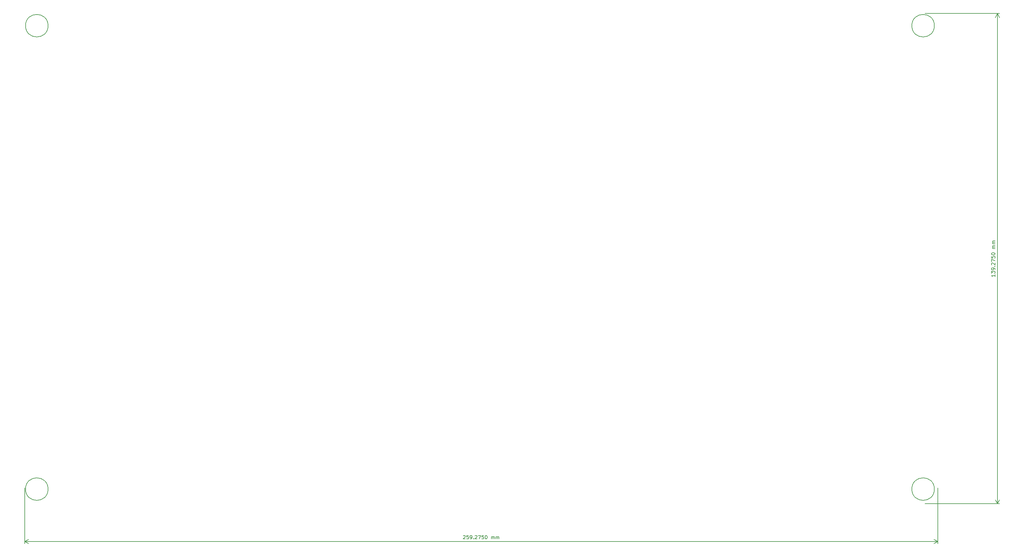
<source format=gbr>
%TF.GenerationSoftware,KiCad,Pcbnew,8.0.0*%
%TF.CreationDate,2024-07-08T15:04:36+07:00*%
%TF.ProjectId,SmartEnergyMag_System,536d6172-7445-46e6-9572-67794d61675f,rev?*%
%TF.SameCoordinates,Original*%
%TF.FileFunction,Other,Comment*%
%FSLAX46Y46*%
G04 Gerber Fmt 4.6, Leading zero omitted, Abs format (unit mm)*
G04 Created by KiCad (PCBNEW 8.0.0) date 2024-07-08 15:04:36*
%MOMM*%
%LPD*%
G01*
G04 APERTURE LIST*
%ADD10C,0.150000*%
G04 APERTURE END LIST*
D10*
X292929819Y-91921309D02*
X292929819Y-92492737D01*
X292929819Y-92207023D02*
X291929819Y-92207023D01*
X291929819Y-92207023D02*
X292072676Y-92302261D01*
X292072676Y-92302261D02*
X292167914Y-92397499D01*
X292167914Y-92397499D02*
X292215533Y-92492737D01*
X291929819Y-91587975D02*
X291929819Y-90968928D01*
X291929819Y-90968928D02*
X292310771Y-91302261D01*
X292310771Y-91302261D02*
X292310771Y-91159404D01*
X292310771Y-91159404D02*
X292358390Y-91064166D01*
X292358390Y-91064166D02*
X292406009Y-91016547D01*
X292406009Y-91016547D02*
X292501247Y-90968928D01*
X292501247Y-90968928D02*
X292739342Y-90968928D01*
X292739342Y-90968928D02*
X292834580Y-91016547D01*
X292834580Y-91016547D02*
X292882200Y-91064166D01*
X292882200Y-91064166D02*
X292929819Y-91159404D01*
X292929819Y-91159404D02*
X292929819Y-91445118D01*
X292929819Y-91445118D02*
X292882200Y-91540356D01*
X292882200Y-91540356D02*
X292834580Y-91587975D01*
X292929819Y-90492737D02*
X292929819Y-90302261D01*
X292929819Y-90302261D02*
X292882200Y-90207023D01*
X292882200Y-90207023D02*
X292834580Y-90159404D01*
X292834580Y-90159404D02*
X292691723Y-90064166D01*
X292691723Y-90064166D02*
X292501247Y-90016547D01*
X292501247Y-90016547D02*
X292120295Y-90016547D01*
X292120295Y-90016547D02*
X292025057Y-90064166D01*
X292025057Y-90064166D02*
X291977438Y-90111785D01*
X291977438Y-90111785D02*
X291929819Y-90207023D01*
X291929819Y-90207023D02*
X291929819Y-90397499D01*
X291929819Y-90397499D02*
X291977438Y-90492737D01*
X291977438Y-90492737D02*
X292025057Y-90540356D01*
X292025057Y-90540356D02*
X292120295Y-90587975D01*
X292120295Y-90587975D02*
X292358390Y-90587975D01*
X292358390Y-90587975D02*
X292453628Y-90540356D01*
X292453628Y-90540356D02*
X292501247Y-90492737D01*
X292501247Y-90492737D02*
X292548866Y-90397499D01*
X292548866Y-90397499D02*
X292548866Y-90207023D01*
X292548866Y-90207023D02*
X292501247Y-90111785D01*
X292501247Y-90111785D02*
X292453628Y-90064166D01*
X292453628Y-90064166D02*
X292358390Y-90016547D01*
X292834580Y-89587975D02*
X292882200Y-89540356D01*
X292882200Y-89540356D02*
X292929819Y-89587975D01*
X292929819Y-89587975D02*
X292882200Y-89635594D01*
X292882200Y-89635594D02*
X292834580Y-89587975D01*
X292834580Y-89587975D02*
X292929819Y-89587975D01*
X292025057Y-89159404D02*
X291977438Y-89111785D01*
X291977438Y-89111785D02*
X291929819Y-89016547D01*
X291929819Y-89016547D02*
X291929819Y-88778452D01*
X291929819Y-88778452D02*
X291977438Y-88683214D01*
X291977438Y-88683214D02*
X292025057Y-88635595D01*
X292025057Y-88635595D02*
X292120295Y-88587976D01*
X292120295Y-88587976D02*
X292215533Y-88587976D01*
X292215533Y-88587976D02*
X292358390Y-88635595D01*
X292358390Y-88635595D02*
X292929819Y-89207023D01*
X292929819Y-89207023D02*
X292929819Y-88587976D01*
X291929819Y-88254642D02*
X291929819Y-87587976D01*
X291929819Y-87587976D02*
X292929819Y-88016547D01*
X291929819Y-86730833D02*
X291929819Y-87207023D01*
X291929819Y-87207023D02*
X292406009Y-87254642D01*
X292406009Y-87254642D02*
X292358390Y-87207023D01*
X292358390Y-87207023D02*
X292310771Y-87111785D01*
X292310771Y-87111785D02*
X292310771Y-86873690D01*
X292310771Y-86873690D02*
X292358390Y-86778452D01*
X292358390Y-86778452D02*
X292406009Y-86730833D01*
X292406009Y-86730833D02*
X292501247Y-86683214D01*
X292501247Y-86683214D02*
X292739342Y-86683214D01*
X292739342Y-86683214D02*
X292834580Y-86730833D01*
X292834580Y-86730833D02*
X292882200Y-86778452D01*
X292882200Y-86778452D02*
X292929819Y-86873690D01*
X292929819Y-86873690D02*
X292929819Y-87111785D01*
X292929819Y-87111785D02*
X292882200Y-87207023D01*
X292882200Y-87207023D02*
X292834580Y-87254642D01*
X291929819Y-86064166D02*
X291929819Y-85968928D01*
X291929819Y-85968928D02*
X291977438Y-85873690D01*
X291977438Y-85873690D02*
X292025057Y-85826071D01*
X292025057Y-85826071D02*
X292120295Y-85778452D01*
X292120295Y-85778452D02*
X292310771Y-85730833D01*
X292310771Y-85730833D02*
X292548866Y-85730833D01*
X292548866Y-85730833D02*
X292739342Y-85778452D01*
X292739342Y-85778452D02*
X292834580Y-85826071D01*
X292834580Y-85826071D02*
X292882200Y-85873690D01*
X292882200Y-85873690D02*
X292929819Y-85968928D01*
X292929819Y-85968928D02*
X292929819Y-86064166D01*
X292929819Y-86064166D02*
X292882200Y-86159404D01*
X292882200Y-86159404D02*
X292834580Y-86207023D01*
X292834580Y-86207023D02*
X292739342Y-86254642D01*
X292739342Y-86254642D02*
X292548866Y-86302261D01*
X292548866Y-86302261D02*
X292310771Y-86302261D01*
X292310771Y-86302261D02*
X292120295Y-86254642D01*
X292120295Y-86254642D02*
X292025057Y-86207023D01*
X292025057Y-86207023D02*
X291977438Y-86159404D01*
X291977438Y-86159404D02*
X291929819Y-86064166D01*
X292929819Y-84540356D02*
X292263152Y-84540356D01*
X292358390Y-84540356D02*
X292310771Y-84492737D01*
X292310771Y-84492737D02*
X292263152Y-84397499D01*
X292263152Y-84397499D02*
X292263152Y-84254642D01*
X292263152Y-84254642D02*
X292310771Y-84159404D01*
X292310771Y-84159404D02*
X292406009Y-84111785D01*
X292406009Y-84111785D02*
X292929819Y-84111785D01*
X292406009Y-84111785D02*
X292310771Y-84064166D01*
X292310771Y-84064166D02*
X292263152Y-83968928D01*
X292263152Y-83968928D02*
X292263152Y-83826071D01*
X292263152Y-83826071D02*
X292310771Y-83730832D01*
X292310771Y-83730832D02*
X292406009Y-83683213D01*
X292406009Y-83683213D02*
X292929819Y-83683213D01*
X292929819Y-83207023D02*
X292263152Y-83207023D01*
X292358390Y-83207023D02*
X292310771Y-83159404D01*
X292310771Y-83159404D02*
X292263152Y-83064166D01*
X292263152Y-83064166D02*
X292263152Y-82921309D01*
X292263152Y-82921309D02*
X292310771Y-82826071D01*
X292310771Y-82826071D02*
X292406009Y-82778452D01*
X292406009Y-82778452D02*
X292929819Y-82778452D01*
X292406009Y-82778452D02*
X292310771Y-82730833D01*
X292310771Y-82730833D02*
X292263152Y-82635595D01*
X292263152Y-82635595D02*
X292263152Y-82492738D01*
X292263152Y-82492738D02*
X292310771Y-82397499D01*
X292310771Y-82397499D02*
X292406009Y-82349880D01*
X292406009Y-82349880D02*
X292929819Y-82349880D01*
X273030000Y-17760000D02*
X294211420Y-17760000D01*
X273030000Y-157035000D02*
X294211420Y-157035000D01*
X293625000Y-17760000D02*
X293625000Y-157035000D01*
X293625000Y-17760000D02*
X293625000Y-157035000D01*
X293625000Y-17760000D02*
X294211421Y-18886504D01*
X293625000Y-17760000D02*
X293038579Y-18886504D01*
X293625000Y-157035000D02*
X293038579Y-155908496D01*
X293625000Y-157035000D02*
X294211421Y-155908496D01*
X141972262Y-166125057D02*
X142019881Y-166077438D01*
X142019881Y-166077438D02*
X142115119Y-166029819D01*
X142115119Y-166029819D02*
X142353214Y-166029819D01*
X142353214Y-166029819D02*
X142448452Y-166077438D01*
X142448452Y-166077438D02*
X142496071Y-166125057D01*
X142496071Y-166125057D02*
X142543690Y-166220295D01*
X142543690Y-166220295D02*
X142543690Y-166315533D01*
X142543690Y-166315533D02*
X142496071Y-166458390D01*
X142496071Y-166458390D02*
X141924643Y-167029819D01*
X141924643Y-167029819D02*
X142543690Y-167029819D01*
X143448452Y-166029819D02*
X142972262Y-166029819D01*
X142972262Y-166029819D02*
X142924643Y-166506009D01*
X142924643Y-166506009D02*
X142972262Y-166458390D01*
X142972262Y-166458390D02*
X143067500Y-166410771D01*
X143067500Y-166410771D02*
X143305595Y-166410771D01*
X143305595Y-166410771D02*
X143400833Y-166458390D01*
X143400833Y-166458390D02*
X143448452Y-166506009D01*
X143448452Y-166506009D02*
X143496071Y-166601247D01*
X143496071Y-166601247D02*
X143496071Y-166839342D01*
X143496071Y-166839342D02*
X143448452Y-166934580D01*
X143448452Y-166934580D02*
X143400833Y-166982200D01*
X143400833Y-166982200D02*
X143305595Y-167029819D01*
X143305595Y-167029819D02*
X143067500Y-167029819D01*
X143067500Y-167029819D02*
X142972262Y-166982200D01*
X142972262Y-166982200D02*
X142924643Y-166934580D01*
X143972262Y-167029819D02*
X144162738Y-167029819D01*
X144162738Y-167029819D02*
X144257976Y-166982200D01*
X144257976Y-166982200D02*
X144305595Y-166934580D01*
X144305595Y-166934580D02*
X144400833Y-166791723D01*
X144400833Y-166791723D02*
X144448452Y-166601247D01*
X144448452Y-166601247D02*
X144448452Y-166220295D01*
X144448452Y-166220295D02*
X144400833Y-166125057D01*
X144400833Y-166125057D02*
X144353214Y-166077438D01*
X144353214Y-166077438D02*
X144257976Y-166029819D01*
X144257976Y-166029819D02*
X144067500Y-166029819D01*
X144067500Y-166029819D02*
X143972262Y-166077438D01*
X143972262Y-166077438D02*
X143924643Y-166125057D01*
X143924643Y-166125057D02*
X143877024Y-166220295D01*
X143877024Y-166220295D02*
X143877024Y-166458390D01*
X143877024Y-166458390D02*
X143924643Y-166553628D01*
X143924643Y-166553628D02*
X143972262Y-166601247D01*
X143972262Y-166601247D02*
X144067500Y-166648866D01*
X144067500Y-166648866D02*
X144257976Y-166648866D01*
X144257976Y-166648866D02*
X144353214Y-166601247D01*
X144353214Y-166601247D02*
X144400833Y-166553628D01*
X144400833Y-166553628D02*
X144448452Y-166458390D01*
X144877024Y-166934580D02*
X144924643Y-166982200D01*
X144924643Y-166982200D02*
X144877024Y-167029819D01*
X144877024Y-167029819D02*
X144829405Y-166982200D01*
X144829405Y-166982200D02*
X144877024Y-166934580D01*
X144877024Y-166934580D02*
X144877024Y-167029819D01*
X145305595Y-166125057D02*
X145353214Y-166077438D01*
X145353214Y-166077438D02*
X145448452Y-166029819D01*
X145448452Y-166029819D02*
X145686547Y-166029819D01*
X145686547Y-166029819D02*
X145781785Y-166077438D01*
X145781785Y-166077438D02*
X145829404Y-166125057D01*
X145829404Y-166125057D02*
X145877023Y-166220295D01*
X145877023Y-166220295D02*
X145877023Y-166315533D01*
X145877023Y-166315533D02*
X145829404Y-166458390D01*
X145829404Y-166458390D02*
X145257976Y-167029819D01*
X145257976Y-167029819D02*
X145877023Y-167029819D01*
X146210357Y-166029819D02*
X146877023Y-166029819D01*
X146877023Y-166029819D02*
X146448452Y-167029819D01*
X147734166Y-166029819D02*
X147257976Y-166029819D01*
X147257976Y-166029819D02*
X147210357Y-166506009D01*
X147210357Y-166506009D02*
X147257976Y-166458390D01*
X147257976Y-166458390D02*
X147353214Y-166410771D01*
X147353214Y-166410771D02*
X147591309Y-166410771D01*
X147591309Y-166410771D02*
X147686547Y-166458390D01*
X147686547Y-166458390D02*
X147734166Y-166506009D01*
X147734166Y-166506009D02*
X147781785Y-166601247D01*
X147781785Y-166601247D02*
X147781785Y-166839342D01*
X147781785Y-166839342D02*
X147734166Y-166934580D01*
X147734166Y-166934580D02*
X147686547Y-166982200D01*
X147686547Y-166982200D02*
X147591309Y-167029819D01*
X147591309Y-167029819D02*
X147353214Y-167029819D01*
X147353214Y-167029819D02*
X147257976Y-166982200D01*
X147257976Y-166982200D02*
X147210357Y-166934580D01*
X148400833Y-166029819D02*
X148496071Y-166029819D01*
X148496071Y-166029819D02*
X148591309Y-166077438D01*
X148591309Y-166077438D02*
X148638928Y-166125057D01*
X148638928Y-166125057D02*
X148686547Y-166220295D01*
X148686547Y-166220295D02*
X148734166Y-166410771D01*
X148734166Y-166410771D02*
X148734166Y-166648866D01*
X148734166Y-166648866D02*
X148686547Y-166839342D01*
X148686547Y-166839342D02*
X148638928Y-166934580D01*
X148638928Y-166934580D02*
X148591309Y-166982200D01*
X148591309Y-166982200D02*
X148496071Y-167029819D01*
X148496071Y-167029819D02*
X148400833Y-167029819D01*
X148400833Y-167029819D02*
X148305595Y-166982200D01*
X148305595Y-166982200D02*
X148257976Y-166934580D01*
X148257976Y-166934580D02*
X148210357Y-166839342D01*
X148210357Y-166839342D02*
X148162738Y-166648866D01*
X148162738Y-166648866D02*
X148162738Y-166410771D01*
X148162738Y-166410771D02*
X148210357Y-166220295D01*
X148210357Y-166220295D02*
X148257976Y-166125057D01*
X148257976Y-166125057D02*
X148305595Y-166077438D01*
X148305595Y-166077438D02*
X148400833Y-166029819D01*
X149924643Y-167029819D02*
X149924643Y-166363152D01*
X149924643Y-166458390D02*
X149972262Y-166410771D01*
X149972262Y-166410771D02*
X150067500Y-166363152D01*
X150067500Y-166363152D02*
X150210357Y-166363152D01*
X150210357Y-166363152D02*
X150305595Y-166410771D01*
X150305595Y-166410771D02*
X150353214Y-166506009D01*
X150353214Y-166506009D02*
X150353214Y-167029819D01*
X150353214Y-166506009D02*
X150400833Y-166410771D01*
X150400833Y-166410771D02*
X150496071Y-166363152D01*
X150496071Y-166363152D02*
X150638928Y-166363152D01*
X150638928Y-166363152D02*
X150734167Y-166410771D01*
X150734167Y-166410771D02*
X150781786Y-166506009D01*
X150781786Y-166506009D02*
X150781786Y-167029819D01*
X151257976Y-167029819D02*
X151257976Y-166363152D01*
X151257976Y-166458390D02*
X151305595Y-166410771D01*
X151305595Y-166410771D02*
X151400833Y-166363152D01*
X151400833Y-166363152D02*
X151543690Y-166363152D01*
X151543690Y-166363152D02*
X151638928Y-166410771D01*
X151638928Y-166410771D02*
X151686547Y-166506009D01*
X151686547Y-166506009D02*
X151686547Y-167029819D01*
X151686547Y-166506009D02*
X151734166Y-166410771D01*
X151734166Y-166410771D02*
X151829404Y-166363152D01*
X151829404Y-166363152D02*
X151972261Y-166363152D01*
X151972261Y-166363152D02*
X152067500Y-166410771D01*
X152067500Y-166410771D02*
X152115119Y-166506009D01*
X152115119Y-166506009D02*
X152115119Y-167029819D01*
X276705000Y-152535000D02*
X276705000Y-168311420D01*
X17430000Y-152535000D02*
X17430000Y-168311420D01*
X276705000Y-167725000D02*
X17430000Y-167725000D01*
X276705000Y-167725000D02*
X17430000Y-167725000D01*
X276705000Y-167725000D02*
X275578496Y-168311421D01*
X276705000Y-167725000D02*
X275578496Y-167138579D01*
X17430000Y-167725000D02*
X18556504Y-167138579D01*
X17430000Y-167725000D02*
X18556504Y-168311421D01*
%TO.C,H2*%
X24080000Y-21210000D02*
G75*
G02*
X17680000Y-21210000I-3200000J0D01*
G01*
X17680000Y-21210000D02*
G75*
G02*
X24080000Y-21210000I3200000J0D01*
G01*
%TO.C,H4*%
X24080000Y-152860000D02*
G75*
G02*
X17680000Y-152860000I-3200000J0D01*
G01*
X17680000Y-152860000D02*
G75*
G02*
X24080000Y-152860000I3200000J0D01*
G01*
%TO.C,H1*%
X275730000Y-21210000D02*
G75*
G02*
X269330000Y-21210000I-3200000J0D01*
G01*
X269330000Y-21210000D02*
G75*
G02*
X275730000Y-21210000I3200000J0D01*
G01*
%TO.C,H3*%
X275730000Y-152860000D02*
G75*
G02*
X269330000Y-152860000I-3200000J0D01*
G01*
X269330000Y-152860000D02*
G75*
G02*
X275730000Y-152860000I3200000J0D01*
G01*
%TD*%
M02*

</source>
